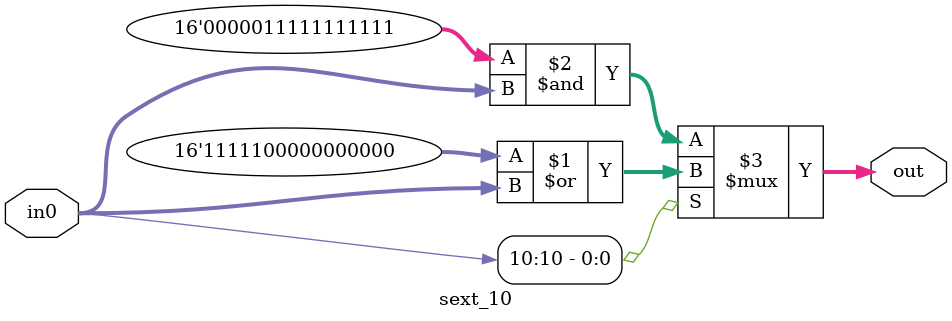
<source format=v>
`timescale 1ns / 1ps


module sext_10(
    input [10:0] in0,
    output [15:0] out
    );
    
    assign out = in0[10] ? (16'b1111100000000000 | in0) : (16'b0000011111111111 & in0);
    
endmodule

</source>
